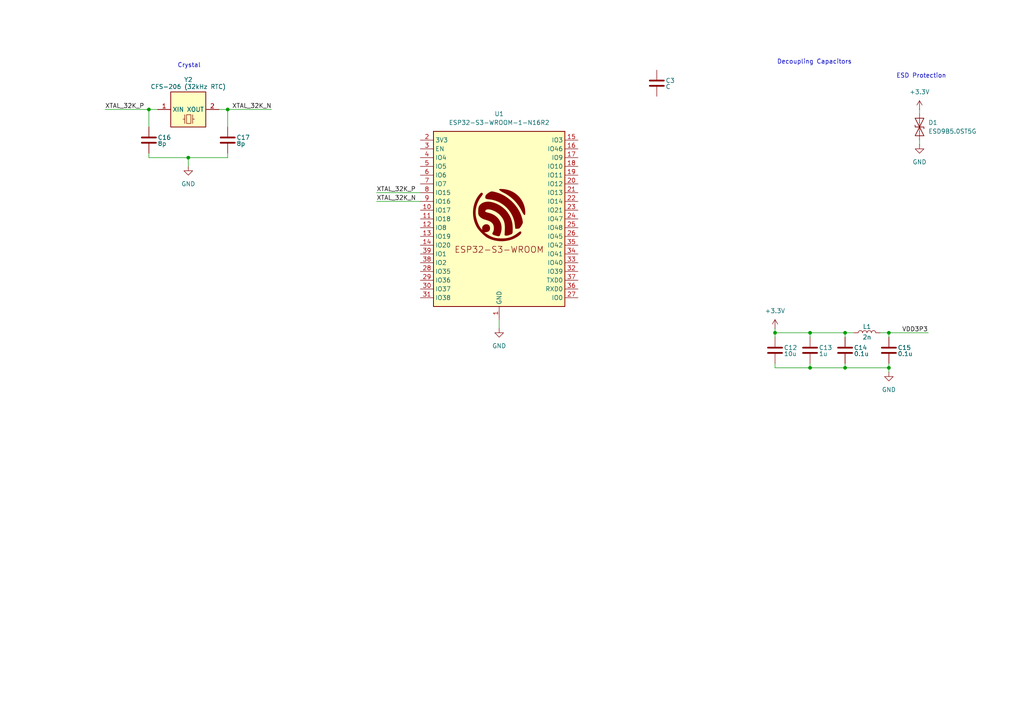
<source format=kicad_sch>
(kicad_sch (version 20231120) (generator "eeschema") (generator_version "8.0")
  (paper "A4")
  (lib_symbols
    (symbol "AA_Crystals:CFS-206"
      (property "Reference" "Y" (at -0.508 8.89 0))
      (property "Value" "CFS-206" (at -4.318 7.112 0))
      (symbol "CFS-206_0_1"
        (polyline (pts (xy -1.016 -2.794) (xy -1.524 -2.794)))
        (polyline (pts (xy -1.016 -1.524) (xy -1.016 -4.064)))
        (polyline (pts (xy 1.27 -2.794) (xy 1.778 -2.794)))
        (polyline (pts (xy 1.27 -1.524) (xy 1.27 -4.064)))
        (polyline (pts (xy -0.508 -1.524) (xy -0.508 -4.064) (xy 0.762 -4.064) (xy 0.762 -1.524) (xy -0.508 -1.524)))
      )
      (symbol "CFS-206_1_1"
        (rectangle (start -5.08 5.08) (end 5.08 -5.08) (stroke (width 0.254)) (fill (type background)))
        (pin passive line (at -8.89 0 0) (length 3.81) (name "XIN") (number "1"))
        (pin passive line (at 8.89 0 180) (length 3.81) (name "XOUT") (number "2"))
      )
    )
    (symbol "AA_MCUs:ESP32-S3-WROOM-1-N16R2"
      (property "Reference" "U" (at 18.034 -26.924 0))
      (property "Value" "ESP32-S3-WROOM-1-N16R2" (at 0.508 26.67 0))
      (symbol "ESP32-S3-WROOM-1-N16R2_0_0"
        (pin bidirectional line (at 22.86 15.24 180) (length 3.81) (name "IO10") (number "18"))
        (pin bidirectional line (at 22.86 12.7 180) (length 3.81) (name "IO11") (number "19"))
        (pin bidirectional line (at 22.86 10.16 180) (length 3.81) (name "IO12") (number "20"))
        (pin bidirectional line (at 22.86 7.62 180) (length 3.81) (name "IO13") (number "21"))
        (pin bidirectional line (at 22.86 5.08 180) (length 3.81) (name "IO14") (number "22"))
        (pin bidirectional line (at 22.86 2.54 180) (length 3.81) (name "IO21") (number "23"))
        (pin bidirectional line (at 22.86 0 180) (length 3.81) (name "IO47") (number "24"))
        (pin bidirectional line (at 22.86 -2.54 180) (length 3.81) (name "IO48") (number "25"))
        (pin bidirectional line (at 22.86 -5.08 180) (length 3.81) (name "IO45") (number "26"))
        (pin bidirectional line (at 22.86 -22.86 180) (length 3.81) (name "IO0") (number "27"))
        (pin bidirectional line (at -22.86 -15.24 0) (length 3.81) (name "IO35") (number "28"))
        (pin bidirectional line (at -22.86 -17.78 0) (length 3.81) (name "IO36") (number "29"))
        (pin bidirectional line (at -22.86 -20.32 0) (length 3.81) (name "IO37") (number "30"))
        (pin bidirectional line (at -22.86 -22.86 0) (length 3.81) (name "IO38") (number "31"))
        (pin bidirectional line (at 22.86 -15.24 180) (length 3.81) (name "IO39") (number "32"))
        (pin bidirectional line (at 22.86 -12.7 180) (length 3.81) (name "IO40") (number "33"))
        (pin bidirectional line (at 22.86 -10.16 180) (length 3.81) (name "IO41") (number "34"))
        (pin bidirectional line (at 22.86 -7.62 180) (length 3.81) (name "IO42") (number "35"))
      )
      (symbol "ESP32-S3-WROOM-1-N16R2_1_0"
        (polyline (pts (xy 0.6239 8.6949) (xy 0.9037 8.6797) (xy 1.2512 8.6525) (xy 1.565 8.619) (xy 1.8744 8.5717) (xy 2.1792 8.5108) (xy 2.479 8.4368) (xy 2.7734 8.35) (xy 3.0622 8.2506) (xy 3.3451 8.139) (xy 3.6217 8.0155) (xy 3.8917 7.8805) (xy 4.1549 7.7343) (xy 4.4107 7.5772) (xy 4.6591 7.4094) (xy 4.8995 7.2315) (xy 5.1318 7.0436) (xy 5.3556 6.8462) (xy 5.5706 6.6394) (xy 5.7763 6.4238) (xy 5.9727 6.1995) (xy 6.1592 5.9669) (xy 6.3357 5.7264) (xy 6.5017 5.4782) (xy 6.657 5.2227) (xy 6.8012 4.9603) (xy 6.934 4.6912) (xy 7.0551 4.4157) (xy 7.1642 4.1343) (xy 7.2609 3.8471) (xy 7.345 3.5547) (xy 7.4161 3.2572) (xy 7.4739 2.955) (xy 7.5181 2.6484) (xy 7.5483 2.3378) (xy 7.5632 2.0583) (xy 7.5681 1.8152) (xy 7.5631 1.6085) (xy 7.5568 1.5188) (xy 7.548 1.4382) (xy 7.5368 1.3666) (xy 7.523 1.3042) (xy 7.5067 1.2509) (xy 7.4878 1.2067) (xy 7.4665 1.1715) (xy 7.4427 1.1455) (xy 7.4163 1.1285) (xy 7.3874 1.1207) (xy 7.3559 1.1219) (xy 7.3219 1.1322) (xy 7.2854 1.1517) (xy 7.2463 1.1802) (xy 7.2047 1.2178) (xy 7.1606 1.2645) (xy 7.1139 1.3203) (xy 7.0646 1.3853) (xy 6.9584 1.5423) (xy 6.842 1.7358) (xy 6.7152 1.9657) (xy 6.5782 2.2319) (xy 6.3458 2.6813) (xy 6.0987 3.1165) (xy 5.8367 3.5377) (xy 5.5601 3.9445) (xy 5.2687 4.3372) (xy 4.9628 4.7155) (xy 4.6422 5.0794) (xy 4.3072 5.429) (xy 3.9576 5.764) (xy 3.5937 6.0846) (xy 3.2154 6.3905) (xy 2.8227 6.6819) (xy 2.4158 6.9585) (xy 1.9947 7.2205) (xy 1.5595 7.4676) (xy 1.1101 7.7) (xy 0.9959 7.757) (xy 0.8851 7.8151) (xy 0.7783 7.8741) (xy 0.676 7.9334) (xy 0.5788 7.9926) (xy 0.4872 8.0513) (xy 0.4017 8.1089) (xy 0.323 8.1652) (xy 0.2514 8.2196) (xy 0.1877 8.2717) (xy 0.1323 8.321) (xy 0.0857 8.3672) (xy 0.0659 8.389) (xy 0.0485 8.4098) (xy 0.0336 8.4296) (xy 0.0213 8.4483) (xy 0.0116 8.4659) (xy 0.0046 8.4823) (xy 0.0003 8.4975) (xy -0.0011 8.5114) (xy 0.0017 8.5459) (xy 0.0107 8.5767) (xy 0.0268 8.604) (xy 0.0507 8.6277) (xy 0.0833 8.6478) (xy 0.1254 8.6645) (xy 0.1778 8.6778) (xy 0.2414 8.6878) (xy 0.317 8.6944) (xy 0.4054 8.6977) (xy 0.5074 8.6979) (xy 0.6239 8.6949)) (stroke (width -0.0001)) (fill (type outline)))
        (polyline (pts (xy -1.9732 7.9726) (xy -1.8607 7.9604) (xy -1.7367 7.941) (xy -1.5994 7.9144) (xy -1.4471 7.8806) (xy -1.2781 7.8395) (xy -0.8831 7.7353) (xy -0.5467 7.6388) (xy -0.2127 7.5285) (xy 0.4471 7.2676) (xy 1.0928 6.956) (xy 1.7214 6.597) (xy 2.3295 6.194) (xy 2.9139 5.7503) (xy 3.4713 5.2692) (xy 3.9985 4.7543) (xy 4.4922 4.2087) (xy 4.9491 3.6359) (xy 5.3661 3.0393) (xy 5.7398 2.4221) (xy 6.067 1.7878) (xy 6.3444 1.1396) (xy 6.5688 0.481) (xy 6.6601 0.1489) (xy 6.7369 -0.1846) (xy 6.8 -0.4971) (xy 6.8235 -0.6284) (xy 6.8411 -0.7463) (xy 6.8523 -0.8533) (xy 6.8566 -0.9517) (xy 6.856 -0.9985) (xy 6.8536 -1.044) (xy 6.8492 -1.0887) (xy 6.8428 -1.1327) (xy 6.8343 -1.1764) (xy 6.8237 -1.2201) (xy 6.8109 -1.2641) (xy 6.7958 -1.3087) (xy 6.7588 -1.401) (xy 6.7121 -1.4993) (xy 6.6553 -1.606) (xy 6.5879 -1.7237) (xy 6.4194 -2.0014) (xy 6.337 -2.133) (xy 6.2609 -2.2505) (xy 6.1903 -2.3546) (xy 6.124 -2.4462) (xy 6.061 -2.5261) (xy 6.0304 -2.5618) (xy 6.0002 -2.5949) (xy 5.9704 -2.6254) (xy 5.9407 -2.6534) (xy 5.9111 -2.6791) (xy 5.8814 -2.7026) (xy 5.8515 -2.7238) (xy 5.8213 -2.743) (xy 5.7906 -2.7602) (xy 5.7593 -2.7755) (xy 5.7273 -2.7891) (xy 5.6945 -2.8009) (xy 5.6606 -2.8112) (xy 5.6257 -2.82) (xy 5.5895 -2.8273) (xy 5.5519 -2.8334) (xy 5.4722 -2.8421) (xy 5.3854 -2.8467) (xy 5.2905 -2.8481) (xy 4.6732 -2.8481) (xy 4.5497 -1.7016) (xy 4.5069 -1.3495) (xy 4.4483 -1.0014) (xy 4.3743 -0.6575) (xy 4.2851 -0.3184) (xy 4.1814 0.0156) (xy 4.0633 0.3442) (xy 3.9314 0.6668) (xy 3.786 0.9831) (xy 3.6275 1.2928) (xy 3.4562 1.5953) (xy 3.2727 1.8904) (xy 3.0772 2.1776) (xy 2.8702 2.4565) (xy 2.6521 2.7267) (xy 2.4232 2.9879) (xy 2.1839 3.2395) (xy 1.9346 3.4813) (xy 1.6758 3.7129) (xy 1.4078 3.9338) (xy 1.131 4.1436) (xy 0.8457 4.3419) (xy 0.5525 4.5284) (xy 0.2516 4.7027) (xy -0.0565 4.8642) (xy -0.3715 5.0128) (xy -0.6929 5.1479) (xy -1.0204 5.2691) (xy -1.3536 5.3762) (xy -1.692 5.4685) (xy -2.0354 5.5459) (xy -2.3832 5.6078) (xy -2.7352 5.6539) (xy -2.9438 5.679) (xy -3.1276 5.7021) (xy -3.2883 5.7241) (xy -3.4275 5.7456) (xy -3.4895 5.7566) (xy -3.5468 5.7677) (xy -3.5996 5.7793) (xy -3.648 5.7912) (xy -3.6922 5.8037) (xy -3.7326 5.8169) (xy -3.7692 5.8309) (xy -3.8023 5.8457) (xy -3.8321 5.8615) (xy -3.8588 5.8784) (xy -3.8826 5.8965) (xy -3.9037 5.9159) (xy -3.9224 5.9367) (xy -3.9387 5.959) (xy -3.953 5.9829) (xy -3.9655 6.0086) (xy -3.9763 6.0361) (xy -3.9856 6.0655) (xy -3.9937 6.097) (xy -4.0008 6.1306) (xy -4.0126 6.2048) (xy -4.0228 6.2889) (xy -4.0279 6.3807) (xy -4.0232 6.4712) (xy -4.0084 6.5606) (xy -3.9831 6.6494) (xy -3.9471 6.7377) (xy -3.9 6.8259) (xy -3.8416 6.9143) (xy -3.7714 7.0032) (xy -3.6893 7.093) (xy -3.5949 7.1839) (xy -3.4879 7.2762) (xy -3.368 7.3703) (xy -3.2348 7.4665) (xy -3.0881 7.5651) (xy -2.9275 7.6663) (xy -2.7528 7.7705) (xy -2.6661 7.8201) (xy -2.5835 7.8631) (xy -2.5032 7.8993) (xy -2.4234 7.9287) (xy -2.3426 7.9514) (xy -2.2589 7.9671) (xy -2.1706 7.9759) (xy -2.0759 7.9778) (xy -1.9732 7.9726)) (stroke (width -0.0001)) (fill (type outline)))
        (polyline (pts (xy -5.08 7.62) (xy -5.0561 7.6159) (xy -5.0323 7.6091) (xy -5.0084 7.5997) (xy -4.9843 7.5876) (xy -4.9598 7.5731) (xy -4.9349 7.556) (xy -4.9094 7.5365) (xy -4.8832 7.5147) (xy -4.8561 7.4905) (xy -4.7989 7.4354) (xy -4.775 7.4081) (xy -4.7561 7.3788) (xy -4.7486 7.3633) (xy -4.7424 7.3473) (xy -4.7376 7.3306) (xy -4.7341 7.3133) (xy -4.732 7.2953) (xy -4.7313 7.2765) (xy -4.7341 7.2366) (xy -4.7426 7.1934) (xy -4.757 7.1466) (xy -4.7774 7.0958) (xy -4.8039 7.0408) (xy -4.8367 6.9813) (xy -4.8758 6.917) (xy -4.9215 6.8476) (xy -4.9737 6.7729) (xy -5.0328 6.6926) (xy -5.0988 6.6064) (xy -5.3478 6.2733) (xy -5.5787 5.9298) (xy -5.7912 5.577) (xy -5.9849 5.2159) (xy -6.1594 4.8477) (xy -6.3145 4.4735) (xy -6.4498 4.0943) (xy -6.565 3.7114) (xy -6.6597 3.3257) (xy -6.7336 2.9385) (xy -6.7864 2.5509) (xy -6.8177 2.1638) (xy -6.8272 1.7786) (xy -6.8146 1.3962) (xy -6.7795 1.0178) (xy -6.7216 0.6444) (xy -6.6745 0.4141) (xy -6.6196 0.1805) (xy -6.5575 -0.0552) (xy -6.4884 -0.2918) (xy -6.4129 -0.5281) (xy -6.3315 -0.7629) (xy -6.2446 -0.995) (xy -6.1527 -1.2231) (xy -6.0562 -1.446) (xy -5.9557 -1.6626) (xy -5.8516 -1.8715) (xy -5.7442 -2.0717) (xy -5.6343 -2.2618) (xy -5.522 -2.4407) (xy -5.4081 -2.6071) (xy -5.2928 -2.7599) (xy -4.94 -3.2009) (xy -4.94 -2.707) (xy -4.9364 -2.6156) (xy -4.9258 -2.5269) (xy -4.9085 -2.441) (xy -4.8848 -2.358) (xy -4.8551 -2.2781) (xy -4.8197 -2.2013) (xy -4.7789 -2.128) (xy -4.733 -2.0582) (xy -4.6825 -1.992) (xy -4.6275 -1.9297) (xy -4.5684 -1.8714) (xy -4.5056 -1.8171) (xy -4.4394 -1.7671) (xy -4.3701 -1.7215) (xy -4.298 -1.6805) (xy -4.2234 -1.6442) (xy -4.1468 -1.6128) (xy -4.0683 -1.5863) (xy -3.9884 -1.5651) (xy -3.9074 -1.5491) (xy -3.8255 -1.5385) (xy -3.7431 -1.5336) (xy -3.6606 -1.5344) (xy -3.5782 -1.5411) (xy -3.4964 -1.5539) (xy -3.4153 -1.5729) (xy -3.3354 -1.5982) (xy -3.257 -1.63) (xy -3.1804 -1.6684) (xy -3.1058 -1.7136) (xy -3.0338 -1.7658) (xy -2.9645 -1.825) (xy -2.9276 -1.8614) (xy -2.893 -1.901) (xy -2.8606 -1.9436) (xy -2.8306 -1.9889) (xy -2.8029 -2.0369) (xy -2.7774 -2.0871) (xy -2.7543 -2.1395) (xy -2.7335 -2.1938) (xy -2.715 -2.2498) (xy -2.6989 -2.3073) (xy -2.6736 -2.4259) (xy -2.6578 -2.548) (xy -2.6514 -2.6717) (xy -2.6545 -2.7954) (xy -2.6672 -2.9175) (xy -2.6894 -3.0361) (xy -2.7042 -3.0936) (xy -2.7214 -3.1496) (xy -2.741 -3.2039) (xy -2.763 -3.2563) (xy -2.7875 -3.3065) (xy -2.8145 -3.3544) (xy -2.8439 -3.3998) (xy -2.8757 -3.4424) (xy -2.91 -3.482) (xy -2.9468 -3.5184) (xy -2.9821 -3.545) (xy -3.0216 -3.5718) (xy -3.0648 -3.5987) (xy -3.1114 -3.6253) (xy -3.161 -3.6515) (xy -3.2132 -3.6771) (xy -3.2676 -3.7019) (xy -3.3239 -3.7256) (xy -3.3816 -3.7481) (xy -3.4403 -3.7692) (xy -3.4998 -3.7886) (xy -3.5595 -3.8061) (xy -3.6191 -3.8216) (xy -3.6783 -3.8348) (xy -3.7365 -3.8455) (xy -3.7935 -3.8535) (xy -4.3227 -3.9064) (xy -3.4407 -4.4709) (xy -3.1703 -4.638) (xy -2.9132 -4.7893) (xy -2.6667 -4.9256) (xy -2.4284 -5.0474) (xy -2.1958 -5.1557) (xy -1.9664 -5.251) (xy -1.7376 -5.3341) (xy -1.5071 -5.4057) (xy -1.2721 -5.4666) (xy -1.0304 -5.5175) (xy -0.7792 -5.559) (xy -0.5162 -5.592) (xy -0.2389 -5.6172) (xy 0.0553 -5.6352) (xy 0.3689 -5.6468) (xy 0.7044 -5.6527) (xy 1.0619 -5.6482) (xy 1.4013 -5.6346) (xy 1.7244 -5.6113) (xy 2.0328 -5.5777) (xy 2.3285 -5.5334) (xy 2.6131 -5.4778) (xy 2.8885 -5.4104) (xy 3.1562 -5.3308) (xy 3.4182 -5.2383) (xy 3.6762 -5.1325) (xy 3.9318 -5.0128) (xy 4.187 -4.8788) (xy 4.4434 -4.7298) (xy 4.7028 -4.5655) (xy 4.967 -4.3853) (xy 5.2376 -4.1886) (xy 5.3761 -4.0823) (xy 5.501 -3.9881) (xy 5.6134 -3.9056) (xy 5.7141 -3.8345) (xy 5.7605 -3.8031) (xy 5.8043 -3.7744) (xy 5.8456 -3.7484) (xy 5.8847 -3.7251) (xy 5.9216 -3.7044) (xy 5.9564 -3.6862) (xy 5.9893 -3.6705) (xy 6.0203 -3.6573) (xy 6.0497 -3.6465) (xy 6.0774 -3.6381) (xy 6.1037 -3.632) (xy 6.1287 -3.6283) (xy 6.1524 -3.6268) (xy 6.175 -3.6275) (xy 6.1966 -3.6304) (xy 6.2174 -3.6355) (xy 6.2374 -3.6426) (xy 6.2568 -3.6518) (xy 6.2756 -3.663) (xy 6.2941 -3.6762) (xy 6.3123 -3.6913) (xy 6.3304 -3.7082) (xy 6.3484 -3.7271) (xy 6.3665 -3.7477) (xy 6.3889 -3.7784) (xy 6.4067 -3.8108) (xy 6.4197 -3.8451) (xy 6.4282 -3.881) (xy 6.432 -3.9186) (xy 6.4314 -3.9578) (xy 6.4262 -3.9985) (xy 6.4167 -4.0406) (xy 6.4027 -4.0842) (xy 6.3844 -4.1292) (xy 6.3349 -4.223) (xy 6.2685 -4.3216) (xy 6.1857 -4.4246) (xy 6.0868 -4.5315) (xy 5.972 -4.6418) (xy 5.8419 -4.7553) (xy 5.6968 -4.8713) (xy 5.537 -4.9895) (xy 5.3628 -5.1095) (xy 5.1747 -5.2307) (xy 4.973 -5.3528) (xy 4.516 -5.6017) (xy 4.0396 -5.8191) (xy 3.5463 -6.0051) (xy 3.0385 -6.1595) (xy 2.5189 -6.2824) (xy 1.99 -6.3738) (xy 1.4541 -6.4336) (xy 0.9139 -6.4618) (xy 0.3718 -6.4584) (xy -0.1696 -6.4234) (xy -0.7079 -6.3566) (xy -1.2405 -6.2582) (xy -1.765 -6.128) (xy -2.2788 -5.9661) (xy -2.7794 -5.7724) (xy -3.2643 -5.5468) (xy -3.4541 -5.4381) (xy -3.6577 -5.3054) (xy -3.8727 -5.1513) (xy -4.0964 -4.9783) (xy -4.3262 -4.7888) (xy -4.5594 -4.5853) (xy -4.7936 -4.3705) (xy -5.026 -4.1467) (xy -5.2541 -3.9166) (xy -5.4752 -3.6825) (xy -5.6868 -3.4471) (xy -5.8862 -3.2127) (xy -6.0708 -2.982) (xy -6.238 -2.7574) (xy -6.3853 -2.5414) (xy -6.5099 -2.3366) (xy -6.801 -1.7768) (xy -7.0461 -1.1977) (xy -7.2455 -0.6028) (xy -7.3995 0.0045) (xy -7.5085 0.6206) (xy -7.5728 1.2421) (xy -7.5926 1.8657) (xy -7.5682 2.4877) (xy -7.5001 3.1047) (xy -7.3884 3.7134) (xy -7.2335 4.3101) (xy -7.0357 4.8915) (xy -6.7954 5.4541) (xy -6.5128 5.9944) (xy -6.1882 6.509) (xy -6.0103 6.7556) (xy -5.822 6.9944) (xy -5.7151 7.1191) (xy -5.6188 7.229) (xy -5.5321 7.3243) (xy -5.4919 7.3667) (xy -5.4538 7.4056) (xy -5.4175 7.4411) (xy -5.3829 7.4733) (xy -5.3499 7.5021) (xy -5.3184 7.5277) (xy -5.2883 7.5501) (xy -5.2593 7.5693) (xy -5.2315 7.5855) (xy -5.2046 7.5985) (xy -5.1785 7.6086) (xy -5.1532 7.6158) (xy -5.1284 7.62) (xy -5.104 7.6214) (xy -5.08 7.62)) (stroke (width -0.0001)) (fill (type outline)))
        (polyline (pts (xy -2.994 4.9985) (xy -2.7478 4.9779) (xy -2.4979 4.945) (xy -2.2448 4.9) (xy -1.9893 4.8431) (xy -1.4735 4.695) (xy -0.9558 4.5029) (xy -0.4417 4.2691) (xy 0.0635 3.9957) (xy 0.5546 3.6851) (xy 1.0261 3.3393) (xy 1.4726 2.9607) (xy 1.6849 2.7597) (xy 1.8889 2.5514) (xy 2.0841 2.336) (xy 2.2697 2.1137) (xy 2.445 1.8849) (xy 2.6094 1.6498) (xy 2.7966 1.3602) (xy 2.9679 1.0724) (xy 3.1239 0.785) (xy 3.2648 0.4964) (xy 3.3911 0.2053) (xy 3.503 -0.0899) (xy 3.601 -0.3906) (xy 3.6854 -0.6983) (xy 3.7566 -1.0145) (xy 3.8149 -1.3407) (xy 3.8607 -1.6782) (xy 3.8943 -2.0287) (xy 3.9162 -2.3935) (xy 3.9266 -2.7742) (xy 3.926 -3.1722) (xy 3.9147 -3.5889) (xy 3.9079 -3.7107) (xy 3.9001 -3.8188) (xy 3.8902 -3.9146) (xy 3.8772 -3.9993) (xy 3.8692 -4.0379) (xy 3.8601 -4.0742) (xy 3.8497 -4.1083) (xy 3.8378 -4.1405) (xy 3.8244 -4.1709) (xy 3.8093 -4.1996) (xy 3.7924 -4.2267) (xy 3.7736 -4.2526) (xy 3.7527 -4.2772) (xy 3.7296 -4.3008) (xy 3.7042 -4.3236) (xy 3.6763 -4.3456) (xy 3.6458 -4.3671) (xy 3.6127 -4.3882) (xy 3.5377 -4.4298) (xy 3.4503 -4.4717) (xy 3.3494 -4.5152) (xy 3.2341 -4.5615) (xy 3.1033 -4.612) (xy 3.0117 -4.647) (xy 2.9223 -4.6792) (xy 2.8351 -4.7086) (xy 2.7502 -4.7353) (xy 2.6675 -4.7593) (xy 2.5873 -4.7806) (xy 2.5096 -4.7992) (xy 2.4344 -4.8151) (xy 2.3618 -4.8283) (xy 2.2919 -4.8389) (xy 2.2248 -4.8469) (xy 2.1604 -4.8523) (xy 2.099 -4.855) (xy 2.0404 -4.8552) (xy 1.9849 -4.8528) (xy 1.9325 -4.8479) (xy 1.8833 -4.8404) (xy 1.8372 -4.8304) (xy 1.7945 -4.818) (xy 1.7551 -4.803) (xy 1.7191 -4.7856) (xy 1.6866 -4.7657) (xy 1.6577 -4.7434) (xy 1.6324 -4.7186) (xy 1.6108 -4.6915) (xy 1.593 -4.662) (xy 1.5789 -4.6301) (xy 1.5688 -4.5958) (xy 1.5627 -4.5592) (xy 1.5606 -4.5203) (xy 1.5626 -4.4791) (xy 1.5687 -4.4356) (xy 1.5819 -4.3359) (xy 1.5949 -4.1873) (xy 1.6194 -3.7719) (xy 1.6407 -3.2474) (xy 1.6569 -2.6717) (xy 1.6558 -2.372) (xy 1.6455 -2.087) (xy 1.6256 -1.8156) (xy 1.5955 -1.5563) (xy 1.5547 -1.3079) (xy 1.5028 -1.069) (xy 1.4393 -0.8383) (xy 1.3637 -0.6146) (xy 1.2754 -0.3964) (xy 1.1741 -0.1824) (xy 1.0592 0.0285) (xy 0.9301 0.2379) (xy 0.7866 0.4469) (xy 0.6279 0.657) (xy 0.4537 0.8694) (xy 0.2634 1.0854) (xy 0.1488 1.208) (xy 0.027 1.3276) (xy -0.1015 1.444) (xy -0.236 1.557) (xy -0.5205 1.7719) (xy -0.8216 1.9706) (xy -1.1344 2.1516) (xy -1.454 2.3132) (xy -1.7753 2.4537) (xy -2.0935 2.5715) (xy -2.4037 2.6648) (xy -2.7009 2.7321) (xy -2.8431 2.7555) (xy -2.9801 2.7718) (xy -3.1115 2.7807) (xy -3.2365 2.782) (xy -3.3546 2.7756) (xy -3.4651 2.7613) (xy -3.5674 2.7388) (xy -3.6609 2.7079) (xy -3.745 2.6684) (xy -3.8191 2.6202) (xy -3.8825 2.5629) (xy -3.9346 2.4965) (xy -3.9799 2.4273) (xy -4.0158 2.3648) (xy -4.0413 2.3081) (xy -4.0498 2.2817) (xy -4.0553 2.2564) (xy -4.0577 2.2323) (xy -4.0567 2.209) (xy -4.0523 2.1867) (xy -4.0444 2.165) (xy -4.0327 2.1441) (xy -4.0173 2.1237) (xy -3.9978 2.1038) (xy -3.9743 2.0842) (xy -3.9144 2.0457) (xy -3.8364 2.0075) (xy -3.7393 1.9687) (xy -3.6221 1.9285) (xy -3.4835 1.8861) (xy -3.3226 1.8408) (xy -2.9292 1.738) (xy -2.6671 1.6634) (xy -2.4135 1.5786) (xy -2.1685 1.484) (xy -1.9322 1.3798) (xy -1.7049 1.2664) (xy -1.4868 1.144) (xy -1.2779 1.0129) (xy -1.0785 0.8734) (xy -0.8887 0.7259) (xy -0.7088 0.5706) (xy -0.5388 0.4077) (xy -0.379 0.2377) (xy -0.2295 0.0607) (xy -0.0904 -0.1229) (xy 0.0379 -0.3128) (xy 0.1554 -0.5087) (xy 0.2619 -0.7104) (xy 0.3572 -0.9175) (xy 0.4412 -1.1298) (xy 0.5137 -1.3469) (xy 0.5744 -1.5686) (xy 0.6233 -1.7945) (xy 0.6602 -2.0244) (xy 0.6849 -2.258) (xy 0.6971 -2.495) (xy 0.6969 -2.7351) (xy 0.6839 -2.9779) (xy 0.658 -3.2233) (xy 0.6191 -3.4709) (xy 0.5669 -3.7204) (xy 0.5013 -3.9715) (xy 0.4222 -4.2239) (xy 0.3686 -4.3824) (xy 0.3189 -4.5211) (xy 0.2714 -4.6408) (xy 0.2243 -4.7423) (xy 0.2003 -4.7866) (xy 0.1757 -4.8267) (xy 0.1504 -4.8626) (xy 0.1239 -4.8946) (xy 0.0962 -4.9226) (xy 0.067 -4.9469) (xy 0.0361 -4.9675) (xy 0.0033 -4.9846) (xy -0.0317 -4.9982) (xy -0.0692 -5.0084) (xy -0.1092 -5.0154) (xy -0.1521 -5.0192) (xy -0.1981 -5.02) (xy -0.2473 -5.0179) (xy -0.3001 -5.0129) (xy -0.3567 -5.0053) (xy -0.4819 -4.9822) (xy -0.6249 -4.9496) (xy -0.7874 -4.9082) (xy -0.9713 -4.8589) (xy -1.156 -4.8071) (xy -1.3202 -4.7571) (xy -1.4646 -4.7083) (xy -1.5295 -4.6841) (xy -1.5897 -4.6599) (xy -1.6453 -4.6357) (xy -1.6963 -4.6113) (xy -1.7428 -4.5868) (xy -1.7849 -4.5619) (xy -1.8226 -4.5366) (xy -1.8561 -4.5109) (xy -1.8854 -4.4846) (xy -1.9105 -4.4576) (xy -1.9317 -4.43) (xy -1.9489 -4.4015) (xy -1.9622 -4.3721) (xy -1.9717 -4.3418) (xy -1.9775 -4.3104) (xy -1.9797 -4.2779) (xy -1.9783 -4.2441) (xy -1.9734 -4.209) (xy -1.9651 -4.1726) (xy -1.9534 -4.1346) (xy -1.9385 -4.0951) (xy -1.9205 -4.0539) (xy -1.8993 -4.011) (xy -1.8751 -3.9663) (xy -1.848 -3.9197) (xy -1.8179 -3.8711) (xy -1.7812 -3.8129) (xy -1.747 -3.751) (xy -1.6864 -3.6168) (xy -1.6359 -3.4705) (xy -1.5955 -3.3144) (xy -1.5652 -3.1504) (xy -1.5448 -2.9806) (xy -1.5342 -2.8072) (xy -1.5335 -2.632) (xy -1.5425 -2.4573) (xy -1.5611 -2.285) (xy -1.5893 -2.1173) (xy -1.6269 -1.9562) (xy -1.674 -1.8038) (xy -1.7304 -1.6621) (xy -1.796 -1.5333) (xy -1.8323 -1.4743) (xy -1.8709 -1.4193) (xy -1.9483 -1.3198) (xy -2.0293 -1.226) (xy -2.1146 -1.1373) (xy -2.2054 -1.0533) (xy -2.3027 -0.9735) (xy -2.4073 -0.8972) (xy -2.5202 -0.824) (xy -2.6426 -0.7535) (xy -2.7752 -0.685) (xy -2.9192 -0.618) (xy -3.0755 -0.5521) (xy -3.245 -0.4867) (xy -3.4289 -0.4213) (xy -3.6279 -0.3553) (xy -4.0757 -0.2199) (xy -4.1877 -0.1854) (xy -4.2986 -0.1481) (xy -4.4081 -0.1081) (xy -4.5159 -0.0655) (xy -4.6217 -0.0205) (xy -4.7253 0.0269) (xy -4.8263 0.0766) (xy -4.9246 0.1285) (xy -5.0197 0.1824) (xy -5.1115 0.2383) (xy -5.1996 0.2961) (xy -5.2837 0.3556) (xy -5.3636 0.4167) (xy -5.439 0.4795) (xy -5.5095 0.5436) (xy -5.575 0.6091) (xy -5.6563 0.6952) (xy -5.7287 0.7759) (xy -5.7925 0.8528) (xy -5.8484 0.9277) (xy -5.8969 1.0022) (xy -5.9384 1.0779) (xy -5.9735 1.1566) (xy -6.0028 1.2397) (xy -6.0266 1.3291) (xy -6.0456 1.4263) (xy -6.0603 1.533) (xy -6.0711 1.6509) (xy -6.0786 1.7816) (xy -6.0834 1.9268) (xy -6.0866 2.2672) (xy -6.0823 2.504) (xy -6.0695 2.7255) (xy -6.0596 2.8308) (xy -6.0475 2.9326) (xy -6.033 3.0309) (xy -6.016 3.126) (xy -5.9966 3.2178) (xy -5.9746 3.3066) (xy -5.95 3.3923) (xy -5.9228 3.4752) (xy -5.893 3.5552) (xy -5.8603 3.6326) (xy -5.8249 3.7074) (xy -5.7867 3.7797) (xy -5.7455 3.8497) (xy -5.7015 3.9173) (xy -5.6544 3.9828) (xy -5.6042 4.0462) (xy -5.551 4.1077) (xy -5.4946 4.1673) (xy -5.435 4.2251) (xy -5.3722 4.2813) (xy -5.306 4.336) (xy -5.2365 4.3892) (xy -5.1636 4.441) (xy -5.0872 4.4916) (xy -5.0073 4.5411) (xy -4.9238 4.5895) (xy -4.746 4.6837) (xy -4.5543 4.7722) (xy -4.3535 4.8462) (xy -4.1442 4.9057) (xy -3.9271 4.9513) (xy -3.7029 4.983) (xy -3.4722 5.0013) (xy -3.2356 5.0064) (xy -2.994 4.9985)) (stroke (width -0.0001)) (fill (type outline)))
        (pin power_in line (at 0 -29.21 90) (length 3.81) (name "GND") (number "1"))
        (pin bidirectional line (at -22.86 2.54 0) (length 3.81) (name "IO17") (number "10"))
        (pin bidirectional line (at -22.86 0 0) (length 3.81) (name "IO18") (number "11"))
        (pin bidirectional line (at -22.86 -2.54 0) (length 3.81) (name "IO8") (number "12"))
        (pin bidirectional line (at -22.86 -5.08 0) (length 3.81) (name "IO19") (number "13"))
        (pin bidirectional line (at -22.86 -7.62 0) (length 3.81) (name "IO20") (number "14"))
        (pin bidirectional line (at 22.86 22.86 180) (length 3.81) (name "IO3") (number "15"))
        (pin bidirectional line (at 22.86 20.32 180) (length 3.81) (name "IO46") (number "16"))
        (pin bidirectional line (at 22.86 17.78 180) (length 3.81) (name "IO9") (number "17"))
        (pin power_in line (at -22.86 22.86 0) (length 3.81) (name "3V3") (number "2"))
        (pin input line (at -22.86 20.32 0) (length 3.81) (name "EN") (number "3"))
        (pin bidirectional line (at 22.86 -20.32 180) (length 3.81) (name "RXD0") (number "36"))
        (pin bidirectional line (at 22.86 -17.78 180) (length 3.81) (name "TXD0") (number "37"))
        (pin bidirectional line (at -22.86 -12.7 0) (length 3.81) (name "IO2") (number "38"))
        (pin bidirectional line (at -22.86 -10.16 0) (length 3.81) (name "IO1") (number "39"))
        (pin bidirectional line (at -22.86 17.78 0) (length 3.81) (name "IO4") (number "4"))
        (pin power_in line (at 0 -29.21 90) (length 3.81) hide (name "GND") (number "40"))
        (pin power_in line (at 0 -29.21 90) (length 3.81) hide (name "EPAD") (number "41"))
        (pin bidirectional line (at -22.86 15.24 0) (length 3.81) (name "IO5") (number "5"))
        (pin bidirectional line (at -22.86 12.7 0) (length 3.81) (name "IO6") (number "6"))
        (pin bidirectional line (at -22.86 10.16 0) (length 3.81) (name "IO7") (number "7"))
        (pin bidirectional line (at -22.86 7.62 0) (length 3.81) (name "IO15") (number "8"))
        (pin bidirectional line (at -22.86 5.08 0) (length 3.81) (name "IO16") (number "9"))
      )
      (symbol "ESP32-S3-WROOM-1-N16R2_1_1"
        (rectangle (start -19.05 25.4) (end 19.05 -25.4) (stroke (width 0.254)) (fill (type background)))
        (text "ESP32-S3-WROOM" (at 0 -8.89 0) (effects (font (size 1.778 1.778))))
      )
    )
    (symbol "Device:C" (pin_numbers hide) (pin_names (offset 0.254))
      (property "Reference" "C" (at 0.635 2.54 0))
      (property "Value" "C" (at 0.635 -2.54 0))
      (symbol "C_0_1"
        (polyline (pts (xy -2.032 -0.762) (xy 2.032 -0.762)) (stroke (width 0.508)))
        (polyline (pts (xy -2.032 0.762) (xy 2.032 0.762)) (stroke (width 0.508)))
      )
      (symbol "C_1_1"
        (pin passive line (at 0 3.81 270) (length 2.794) (name "~") (number "1"))
        (pin passive line (at 0 -3.81 90) (length 2.794) (name "~") (number "2"))
      )
    )
    (symbol "Device:L" (pin_numbers hide) (pin_names (offset 1.016) hide)
      (property "Reference" "L" (at -1.27 0 90))
      (property "Value" "L" (at 1.905 0 90))
      (symbol "L_0_1"
        (arc (start 0 -2.54) (mid 0.6323 -1.905) (end 0 -1.27))
        (arc (start 0 -1.27) (mid 0.6323 -0.635) (end 0 0))
        (arc (start 0 0) (mid 0.6323 0.635) (end 0 1.27))
        (arc (start 0 1.27) (mid 0.6323 1.905) (end 0 2.54))
      )
      (symbol "L_1_1"
        (pin passive line (at 0 3.81 270) (length 1.27) (name "1") (number "1"))
        (pin passive line (at 0 -3.81 90) (length 1.27) (name "2") (number "2"))
      )
    )
    (symbol "Diode:ESD9B5.0ST5G" (pin_numbers hide) (pin_names (offset 1.016) hide)
      (property "Reference" "D" (at 0 2.54 0))
      (property "Value" "ESD9B5.0ST5G" (at 0 -2.54 0))
      (symbol "ESD9B5.0ST5G_0_1"
        (polyline (pts (xy 1.27 0) (xy -1.27 0)))
        (polyline (pts (xy -2.54 -1.27) (xy 0 0) (xy -2.54 1.27) (xy -2.54 -1.27)) (stroke (width 0.2032)))
        (polyline (pts (xy 0.508 1.27) (xy 0 1.27) (xy 0 -1.27) (xy -0.508 -1.27)) (stroke (width 0.2032)))
        (polyline (pts (xy 2.54 1.27) (xy 2.54 -1.27) (xy 0 0) (xy 2.54 1.27)) (stroke (width 0.2032)))
      )
      (symbol "ESD9B5.0ST5G_1_1"
        (pin passive line (at -3.81 0 0) (length 2.54) (name "A1") (number "1"))
        (pin passive line (at 3.81 0 180) (length 2.54) (name "A2") (number "2"))
      )
    )
    (symbol "power:+3.3V" (power) (pin_numbers hide) (pin_names (offset 0) hide)
      (property "Value" "+3.3V" (at 0 3.556 0))
      (symbol "+3.3V_0_1"
        (polyline (pts (xy -0.762 1.27) (xy 0 2.54)))
        (polyline (pts (xy 0 0) (xy 0 2.54)))
        (polyline (pts (xy 0 2.54) (xy 0.762 1.27)))
      )
      (symbol "+3.3V_1_1"
        (pin power_in line (at 0 0 90) (length 0) (name "~") (number "1"))
      )
    )
    (symbol "power:GND" (power) (pin_numbers hide) (pin_names (offset 0) hide)
      (property "Value" "GND" (at 0 -3.81 0))
      (symbol "GND_0_1"
        (polyline (pts (xy 0 0) (xy 0 -1.27) (xy 1.27 -1.27) (xy 0 -2.54) (xy -1.27 -1.27) (xy 0 -1.27)))
      )
      (symbol "GND_1_1"
        (pin power_in line (at 0 0 270) (length 0) (name "~") (number "1"))
      )
    )
  )
  (junction (at 257.81 106.68))
  (junction (at 66.04 31.75))
  (junction (at 245.11 106.68))
  (junction (at 224.79 96.52))
  (junction (at 54.61 45.72))
  (junction (at 245.11 96.52))
  (junction (at 43.18 31.75))
  (junction (at 257.81 96.52))
  (junction (at 234.95 96.52))
  (junction (at 234.95 106.68))
  (wire (pts (xy 257.81 96.52) (xy 269.24 96.52)))
  (wire (pts (xy 30.48 31.75) (xy 43.18 31.75)))
  (wire (pts (xy 43.18 44.45) (xy 43.18 45.72)))
  (wire (pts (xy 66.04 45.72) (xy 66.04 44.45)))
  (wire (pts (xy 234.95 105.41) (xy 234.95 106.68)))
  (wire (pts (xy 54.61 45.72) (xy 54.61 48.26)))
  (wire (pts (xy 245.11 105.41) (xy 245.11 106.68)))
  (wire (pts (xy 266.7 40.64) (xy 266.7 41.91)))
  (wire (pts (xy 54.61 45.72) (xy 66.04 45.72)))
  (wire (pts (xy 43.18 45.72) (xy 54.61 45.72)))
  (wire (pts (xy 66.04 31.75) (xy 66.04 36.83)))
  (wire (pts (xy 266.7 31.75) (xy 266.7 33.02)))
  (wire (pts (xy 43.18 31.75) (xy 45.72 31.75)))
  (wire (pts (xy 257.81 97.79) (xy 257.81 96.52)))
  (wire (pts (xy 234.95 96.52) (xy 234.95 97.79)))
  (wire (pts (xy 257.81 106.68) (xy 257.81 107.95)))
  (wire (pts (xy 234.95 106.68) (xy 245.11 106.68)))
  (wire (pts (xy 224.79 106.68) (xy 234.95 106.68)))
  (wire (pts (xy 245.11 106.68) (xy 257.81 106.68)))
  (wire (pts (xy 247.65 96.52) (xy 245.11 96.52)))
  (wire (pts (xy 109.22 55.88) (xy 121.92 55.88)))
  (wire (pts (xy 245.11 96.52) (xy 234.95 96.52)))
  (wire (pts (xy 109.22 58.42) (xy 121.92 58.42)))
  (wire (pts (xy 224.79 95.25) (xy 224.79 96.52)))
  (wire (pts (xy 234.95 96.52) (xy 224.79 96.52)))
  (wire (pts (xy 224.79 96.52) (xy 224.79 97.79)))
  (wire (pts (xy 63.5 31.75) (xy 66.04 31.75)))
  (wire (pts (xy 255.27 96.52) (xy 257.81 96.52)))
  (wire (pts (xy 224.79 105.41) (xy 224.79 106.68)))
  (wire (pts (xy 245.11 96.52) (xy 245.11 97.79)))
  (wire (pts (xy 66.04 31.75) (xy 78.74 31.75)))
  (wire (pts (xy 257.81 106.68) (xy 257.81 105.41)))
  (wire (pts (xy 144.78 95.25) (xy 144.78 92.71)))
  (wire (pts (xy 43.18 31.75) (xy 43.18 36.83)))
  (text "ESD Protection" (at 267.208 22.098 0) (effects (font (size 1.27 1.27))))
  (text "Decoupling Capacitors" (at 236.22 18.034 0) (effects (font (size 1.27 1.27))))
  (text "Crystal" (at 54.864 19.05 0) (effects (font (size 1.27 1.27))))
  (label "XTAL_32K_P" (at 109.22 55.88 0))
  (label "XTAL_32K_N" (at 109.22 58.42 0))
  (label "XTAL_32K_P" (at 30.48 31.75 0))
  (label "VDD3P3" (at 261.62 96.52 0))
  (label "XTAL_32K_N" (at 67.31 31.75 0))
  (symbol (lib_id "Device:C") (at 257.81 101.6 0) (unit 1)
    (property "Reference" "C15" (at 260.35 100.838 0) (effects (justify left)))
    (property "Value" "0.1u" (at 260.35 102.6159 0) (effects (justify left)))
    (property "Description" "Unpolarized capacitor" (effects (hide yes)))
  )
  (symbol (lib_id "power:GND") (at 144.78 95.25 0) (unit 1)
    (property "Reference" "#PWR01" (effects (hide yes)))
    (property "Value" "GND" (at 144.78 100.33 0))
    (property "Description" "Power symbol creates a global label with name \"GND\" , ground" (effects (hide yes)))
  )
  (symbol (lib_id "Device:C") (at 66.04 40.64 0) (unit 1)
    (property "Reference" "C17" (at 68.58 39.878 0) (effects (justify left)))
    (property "Value" "8p" (at 68.58 41.6559 0) (effects (justify left)))
    (property "Description" "Unpolarized capacitor" (effects (hide yes)))
  )
  (symbol (lib_id "AA_MCUs:ESP32-S3-WROOM-1-N16R2") (at 144.78 63.5 0) (unit 1)
    (property "Reference" "U1" (at 144.78 33.02 0))
    (property "Value" "ESP32-S3-WROOM-1-N16R2" (at 144.78 35.56 0))
    (property "Datasheet" "https://www.espressif.com/sites/default/files/documentation/esp32-s3-wroom-1_wroom-1u_datasheet_en.pdf" (effects (hide yes)))
    (property "Description" "Bluetooth, WiFi 802.11b/g/n, Bluetooth v5.0 Transceiver Module 2.4GHz PCB Trace Surface Mount" (effects (hide yes)))
  )
  (symbol (lib_id "Device:C") (at 190.5 24.13 0) (unit 1)
    (property "Reference" "C3" (at 193.04 23.368 0) (effects (justify left)))
    (property "Value" "C" (at 193.04 25.1459 0) (effects (justify left)))
    (property "Description" "Unpolarized capacitor" (effects (hide yes)))
  )
  (symbol (lib_id "AA_Crystals:CFS-206") (at 54.61 31.75 0) (unit 1)
    (property "Reference" "Y2" (at 54.61 23.114 0))
    (property "Value" "CFS-206 (32kHz RTC)" (at 54.61 25.146 0))
    (property "Footprint" "CFS-206" (effects (hide yes)))
    (property "Datasheet" "https://cfd.citizen.co.jp/cms/cfd/pdf/english/CFS-206_CFS-145_E.pdf" (effects (hide yes)))
    (property "Description" "  32.768 kHz ±20ppm Crystal 6pF 35 kOhms Cylindrical Can, Radial" (effects (hide yes)))
    (property "Height" "0.5" (effects (hide yes)))
    (property "Manufacturer_Name" "Citizen Finedevice" (effects (hide yes)))
    (property "Manufacturer_Part_Number" "CFS-206" (effects (hide yes)))
  )
  (symbol (lib_id "power:GND") (at 54.61 48.26 0) (unit 1)
    (property "Reference" "#PWR011" (effects (hide yes)))
    (property "Value" "GND" (at 54.61 53.34 0))
    (property "Description" "Power symbol creates a global label with name \"GND\" , ground" (effects (hide yes)))
  )
  (symbol (lib_id "power:+3.3V") (at 224.79 95.25 0) (unit 1)
    (property "Reference" "#PWR09" (effects (hide yes)))
    (property "Value" "+3.3V" (at 224.79 90.17 0))
    (property "Description" "Power symbol creates a global label with name \"+3.3V\"" (effects (hide yes)))
  )
  (symbol (lib_id "power:+3.3V") (at 266.7 31.75 0) (unit 1)
    (property "Reference" "#PWR06" (effects (hide yes)))
    (property "Value" "+3.3V" (at 266.7 26.67 0))
    (property "Description" "Power symbol creates a global label with name \"+3.3V\"" (effects (hide yes)))
  )
  (symbol (lib_id "power:GND") (at 266.7 41.91 0) (unit 1)
    (property "Reference" "#PWR07" (effects (hide yes)))
    (property "Value" "GND" (at 266.7 46.99 0))
    (property "Description" "Power symbol creates a global label with name \"GND\" , ground" (effects (hide yes)))
  )
  (symbol (lib_id "Diode:ESD9B5.0ST5G") (at 266.7 36.83 90) (unit 1)
    (property "Reference" "D1" (at 269.24 35.5599 90) (effects (justify right)))
    (property "Value" "ESD9B5.0ST5G" (at 269.24 38.0999 90) (effects (justify right)))
    (property "Footprint" "Diode_SMD:D_SOD-923" (effects (hide yes)))
    (property "Datasheet" "https://www.onsemi.com/pub/Collateral/ESD9B-D.PDF" (effects (hide yes)))
    (property "Description" "ESD protection diode, 5.0Vrwm, SOD-923" (effects (hide yes)))
  )
  (symbol (lib_id "Device:C") (at 43.18 40.64 0) (unit 1)
    (property "Reference" "C16" (at 45.72 39.878 0) (effects (justify left)))
    (property "Value" "8p" (at 45.72 41.6559 0) (effects (justify left)))
    (property "Description" "Unpolarized capacitor" (effects (hide yes)))
  )
  (symbol (lib_id "Device:C") (at 234.95 101.6 0) (unit 1)
    (property "Reference" "C13" (at 237.49 100.838 0) (effects (justify left)))
    (property "Value" "1u" (at 237.49 102.6159 0) (effects (justify left)))
    (property "Description" "Unpolarized capacitor" (effects (hide yes)))
  )
  (symbol (lib_id "Device:C") (at 224.79 101.6 0) (unit 1)
    (property "Reference" "C12" (at 227.33 100.838 0) (effects (justify left)))
    (property "Value" "10u" (at 227.33 102.6159 0) (effects (justify left)))
    (property "Description" "Unpolarized capacitor" (effects (hide yes)))
  )
  (symbol (lib_id "Device:L") (at 251.46 96.52 90) (unit 1)
    (property "Reference" "L1" (at 251.46 94.742 90))
    (property "Value" "2n" (at 251.46 97.79 90))
    (property "Description" "Inductor" (effects (hide yes)))
  )
  (symbol (lib_id "power:GND") (at 257.81 107.95 0) (unit 1)
    (property "Reference" "#PWR010" (effects (hide yes)))
    (property "Value" "GND" (at 257.81 113.03 0))
    (property "Description" "Power symbol creates a global label with name \"GND\" , ground" (effects (hide yes)))
  )
  (symbol (lib_id "Device:C") (at 245.11 101.6 0) (unit 1)
    (property "Reference" "C14" (at 247.65 100.838 0) (effects (justify left)))
    (property "Value" "0.1u" (at 247.65 102.6159 0) (effects (justify left)))
    (property "Description" "Unpolarized capacitor" (effects (hide yes)))
  )
)
</source>
